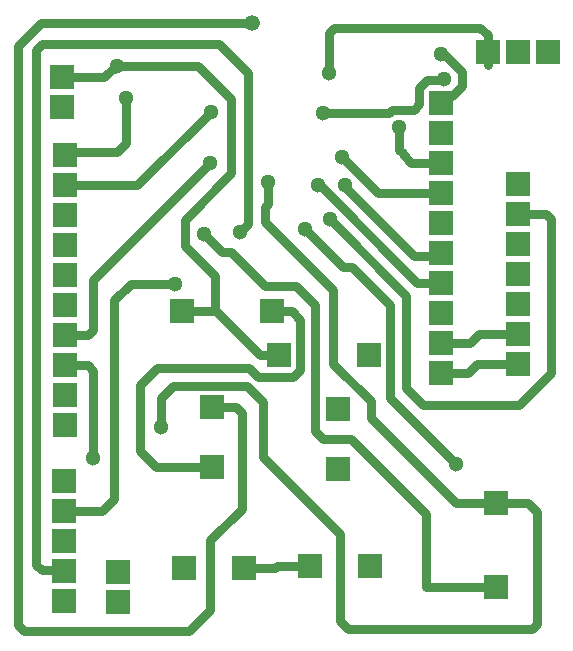
<source format=gbl>
G04*
G04 #@! TF.GenerationSoftware,Altium Limited,Altium Designer,23.1.1 (15)*
G04*
G04 Layer_Physical_Order=2*
G04 Layer_Color=16711680*
%FSLAX44Y44*%
%MOMM*%
G71*
G04*
G04 #@! TF.SameCoordinates,A58621D0-7F8E-4CF1-AD1D-3CF83AC58B01*
G04*
G04*
G04 #@! TF.FilePolarity,Positive*
G04*
G01*
G75*
%ADD19R,2.0000X2.0000*%
%ADD20R,2.0320X2.0000*%
%ADD24C,0.8000*%
%ADD25C,1.5300*%
%ADD26C,1.3000*%
%ADD27C,1.3300*%
D19*
X971390Y1455260D02*
D03*
Y1429860D02*
D03*
Y1404460D02*
D03*
Y1379060D02*
D03*
Y1353660D02*
D03*
Y1328260D02*
D03*
X971224Y1302643D02*
D03*
X952660Y1113630D02*
D03*
Y1184750D02*
D03*
X818990Y1264760D02*
D03*
Y1213960D02*
D03*
X712310Y1215230D02*
D03*
Y1266030D02*
D03*
X795180Y1131410D02*
D03*
X845980D02*
D03*
X739300Y1130140D02*
D03*
X688500D02*
D03*
X632620Y1100930D02*
D03*
Y1126330D02*
D03*
X586900Y1204120D02*
D03*
Y1178720D02*
D03*
Y1153320D02*
D03*
X587053Y1127758D02*
D03*
X586900Y1102520D02*
D03*
X845660Y1310800D02*
D03*
X769460D02*
D03*
X686910Y1347630D02*
D03*
X763110D02*
D03*
X997110Y1567340D02*
D03*
X971710D02*
D03*
X946310D02*
D03*
X585630Y1520030D02*
D03*
Y1545430D02*
D03*
D20*
X588009Y1251110D02*
D03*
Y1276510D02*
D03*
Y1301910D02*
D03*
Y1327310D02*
D03*
Y1352710D02*
D03*
Y1378110D02*
D03*
Y1403510D02*
D03*
Y1428910D02*
D03*
Y1454310D02*
D03*
Y1479710D02*
D03*
X906780Y1295240D02*
D03*
Y1320639D02*
D03*
Y1346039D02*
D03*
Y1371440D02*
D03*
Y1396839D02*
D03*
Y1422240D02*
D03*
Y1447639D02*
D03*
Y1473039D02*
D03*
Y1498439D02*
D03*
Y1523839D02*
D03*
D24*
X871220Y1484077D02*
X874229Y1481067D01*
X865214Y1518067D02*
X883249D01*
X871220Y1484077D02*
Y1503567D01*
X862257Y1515110D02*
X865214Y1518067D01*
X806450Y1515110D02*
X862257D01*
X883249Y1518067D02*
X887935Y1522753D01*
X874229Y1480351D02*
Y1481067D01*
X887935Y1522753D02*
Y1536468D01*
X874229Y1480351D02*
X881380Y1473200D01*
X791210Y1417320D02*
X823217Y1385313D01*
X830837D01*
X812059Y1425469D02*
X876808Y1360720D01*
Y1282700D02*
Y1360720D01*
X802640Y1454150D02*
X803884D01*
X886434Y1371600D02*
X906780D01*
X825500Y1452880D02*
Y1454150D01*
Y1452880D02*
X883920Y1394460D01*
X803884Y1454150D02*
X886434Y1371600D01*
X906696Y1565020D02*
X907652Y1564063D01*
X910182D02*
X923900Y1550345D01*
X914594Y1529839D02*
X915406D01*
X923900Y1538333D02*
Y1550345D01*
X908755Y1524000D02*
X914594Y1529839D01*
X915406D02*
X923900Y1538333D01*
X894850Y1543382D02*
X908443D01*
X909400Y1544339D01*
X887935Y1536468D02*
X894850Y1543382D01*
X906780Y1524000D02*
X908755D01*
X907652Y1564063D02*
X910182D01*
X811530Y1582814D02*
X816216Y1587500D01*
X939800D01*
X946150Y1555750D02*
Y1581150D01*
X939800Y1587500D02*
X946150Y1581150D01*
X830837Y1385313D02*
X863660Y1352490D01*
X706120Y1413122D02*
X721340Y1397902D01*
X728601D01*
X757296Y1369207D01*
X759988Y1438676D02*
Y1457220D01*
X757300Y1435988D02*
X759988Y1438676D01*
X700344Y1555430D02*
X728980Y1526794D01*
X631107Y1555430D02*
X700344D01*
X621267Y1545590D02*
X631107Y1555430D01*
X585470Y1545590D02*
X621267D01*
X971550Y1430020D02*
X995058D01*
X999744Y1425334D01*
Y1295400D02*
Y1425334D01*
X972566Y1268222D02*
X999744Y1295400D01*
X891286Y1268222D02*
X972566D01*
X876808Y1282700D02*
X891286Y1268222D01*
X757300Y1423290D02*
Y1435988D01*
X822960Y1478280D02*
X853440Y1447800D01*
X906780D01*
X629920Y1356614D02*
X644226Y1370920D01*
X681400D01*
X563880Y1568844D02*
X568566Y1573530D01*
X718820D01*
X742950Y1549400D01*
X563880Y1132920D02*
Y1568844D01*
X548640Y1571844D02*
X568106Y1591310D01*
X548640Y1081646D02*
Y1571844D01*
X568106Y1591310D02*
X746760D01*
X742950Y1421308D02*
Y1549400D01*
X548640Y1081646D02*
X553326Y1076960D01*
X693420D02*
X711200Y1094740D01*
X553326Y1076960D02*
X693420D01*
X651510Y1229360D02*
X665480Y1215390D01*
X712470D01*
X640080Y1489710D02*
Y1527810D01*
X632460Y1482090D02*
X640080Y1489710D01*
X595712Y1482090D02*
X632460D01*
X594569Y1480947D02*
X595712Y1482090D01*
X589407Y1480947D02*
X594569D01*
X588010Y1479550D02*
X589407Y1480947D01*
X728980Y1464310D02*
Y1526794D01*
X689610Y1402588D02*
Y1424940D01*
X728980Y1464310D01*
X612140Y1374140D02*
X711200Y1473200D01*
X783443Y1369207D02*
X800100Y1352550D01*
Y1246124D02*
X806704Y1239520D01*
X800100Y1246124D02*
Y1352550D01*
X757296Y1369207D02*
X783443D01*
X847090Y1257300D02*
Y1271270D01*
Y1257300D02*
X919480Y1184910D01*
X952500D01*
X815340Y1303020D02*
X847090Y1271270D01*
X815340Y1303020D02*
Y1365250D01*
X863660Y1273750D02*
X919480Y1217930D01*
X863660Y1273750D02*
Y1352490D01*
X894080Y1113790D02*
Y1176020D01*
X806704Y1239520D02*
X830580D01*
X894080Y1176020D01*
X679510Y1284030D02*
X742128D01*
X669290Y1273810D02*
X679510Y1284030D01*
X669290Y1249680D02*
Y1273810D01*
X828040Y1078230D02*
X983374D01*
X988060Y1082916D01*
X820674Y1085596D02*
X828040Y1078230D01*
X820674Y1085596D02*
Y1159256D01*
X988060Y1082916D02*
Y1177290D01*
X811530Y1549400D02*
Y1582814D01*
X651510Y1229360D02*
Y1285240D01*
X665910Y1299640D01*
X743489D01*
X711200Y1094740D02*
Y1153414D01*
X737870Y1180084D01*
X712470Y1266190D02*
X733184D01*
X737870Y1261504D01*
Y1180084D02*
Y1261504D01*
X751539Y1291590D02*
X781564D01*
X742128Y1284030D02*
X755904Y1270254D01*
X743489Y1299640D02*
X751539Y1291590D01*
X883920Y1394460D02*
X899078D01*
X900221Y1395603D01*
X905383D02*
X906780Y1397000D01*
X900221Y1395603D02*
X905383D01*
X689610Y1402588D02*
X715010Y1377188D01*
Y1347470D02*
Y1377188D01*
X687070Y1347470D02*
X715010D01*
X716280D01*
X753110Y1310640D01*
X649337Y1454150D02*
X711454Y1516267D01*
X763270Y1347470D02*
X780174D01*
X787460Y1340184D01*
X781564Y1291590D02*
X787460Y1297486D01*
Y1340184D01*
X757300Y1423290D02*
X815340Y1365250D01*
X736092Y1414450D02*
X742950Y1421308D01*
X736092Y1414272D02*
Y1414450D01*
X568566Y1128233D02*
X586267D01*
X563880Y1132920D02*
X568566Y1128233D01*
X612140Y1223010D02*
Y1297064D01*
X588010Y1301750D02*
X607454D01*
X612140Y1297064D01*
X619760Y1178560D02*
X629920Y1188720D01*
Y1356614D01*
X586740Y1178560D02*
X619760D01*
X881380Y1473200D02*
X906780D01*
X894080Y1113790D02*
X952500D01*
X753110Y1310640D02*
X769620D01*
X612140Y1331836D02*
Y1374140D01*
X607454Y1327150D02*
X612140Y1331836D01*
X588010Y1327150D02*
X607454D01*
X586267Y1128233D02*
X586740Y1127760D01*
X929640Y1295400D02*
X937260Y1303020D01*
X971550D01*
X906780Y1295400D02*
X929640D01*
X938530Y1328420D02*
X971550D01*
X906780Y1320800D02*
X930910D01*
X938530Y1328420D01*
X980440Y1184910D02*
X988060Y1177290D01*
X952500Y1184910D02*
X980440D01*
X755904Y1224026D02*
Y1270254D01*
Y1224026D02*
X820674Y1159256D01*
X588010Y1454150D02*
X649337D01*
X767588Y1131570D02*
X795020D01*
X766318Y1130300D02*
X767588Y1131570D01*
X739140Y1130300D02*
X766318D01*
D25*
X971550Y1455420D02*
D03*
Y1430020D02*
D03*
Y1404620D02*
D03*
Y1379220D02*
D03*
Y1353820D02*
D03*
Y1328420D02*
D03*
Y1303020D02*
D03*
X952500Y1184910D02*
D03*
Y1113790D02*
D03*
X819150Y1214120D02*
D03*
Y1264920D02*
D03*
X712470Y1266190D02*
D03*
Y1215390D02*
D03*
X845820Y1131570D02*
D03*
X795020D02*
D03*
X688340Y1130300D02*
D03*
X739140D02*
D03*
X632460Y1101090D02*
D03*
Y1126490D02*
D03*
X586740Y1102360D02*
D03*
Y1127760D02*
D03*
Y1153160D02*
D03*
Y1178560D02*
D03*
Y1203960D02*
D03*
X588010Y1250950D02*
D03*
Y1276350D02*
D03*
Y1479550D02*
D03*
Y1454150D02*
D03*
Y1428750D02*
D03*
Y1403350D02*
D03*
Y1377950D02*
D03*
Y1352550D02*
D03*
Y1327150D02*
D03*
Y1301750D02*
D03*
X906780Y1473200D02*
D03*
Y1447800D02*
D03*
Y1422400D02*
D03*
Y1397000D02*
D03*
Y1371600D02*
D03*
Y1346200D02*
D03*
Y1320800D02*
D03*
Y1295400D02*
D03*
Y1498600D02*
D03*
Y1524000D02*
D03*
X845820Y1310640D02*
D03*
X769620D02*
D03*
X687070Y1347470D02*
D03*
X763270D02*
D03*
X996950Y1567180D02*
D03*
X971550D02*
D03*
X946150D02*
D03*
X585470Y1520190D02*
D03*
Y1545590D02*
D03*
D26*
X871220Y1503567D02*
D03*
X791210Y1417320D02*
D03*
X812059Y1425469D02*
D03*
X825500Y1454150D02*
D03*
X909400Y1544339D02*
D03*
X706120Y1413122D02*
D03*
X759988Y1457220D02*
D03*
X632460Y1555430D02*
D03*
X612140Y1223010D02*
D03*
X802640Y1454150D02*
D03*
X822960Y1478280D02*
D03*
X906696Y1565020D02*
D03*
X681400Y1370920D02*
D03*
X640080Y1527810D02*
D03*
X711200Y1473200D02*
D03*
X919480Y1217930D02*
D03*
X669290Y1249680D02*
D03*
X806450Y1515110D02*
D03*
X811530Y1549400D02*
D03*
X711454Y1516267D02*
D03*
X736092Y1414272D02*
D03*
D27*
X746760Y1591310D02*
D03*
M02*

</source>
